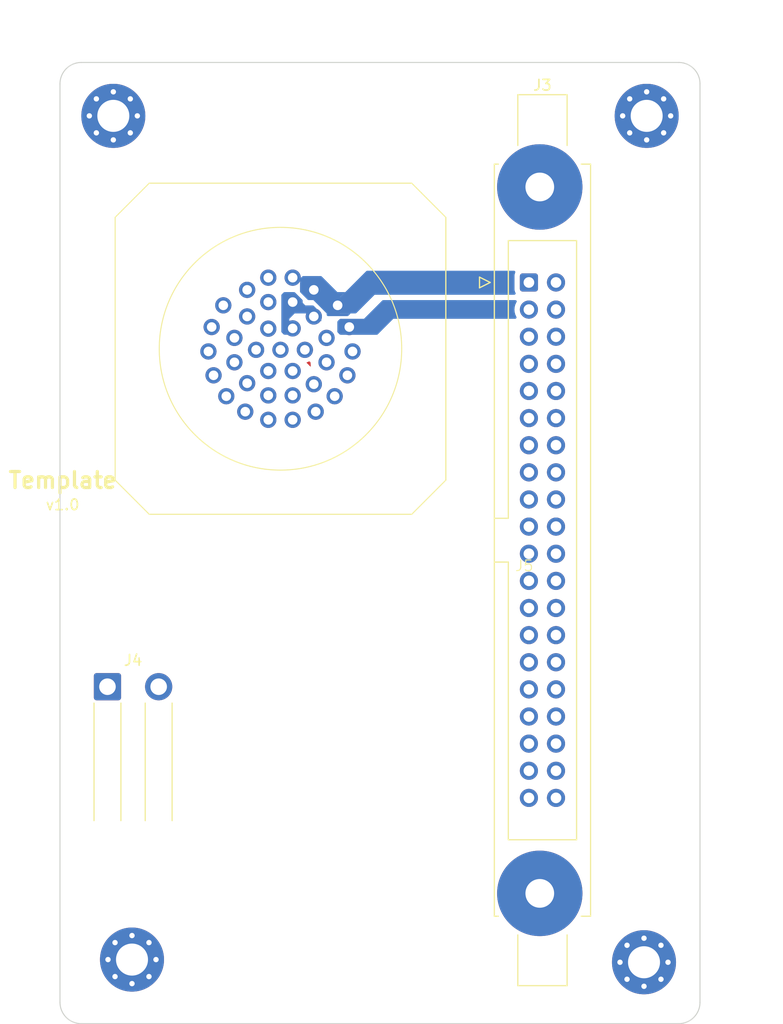
<source format=kicad_pcb>
(kicad_pcb (version 20221018) (generator pcbnew)
  (title_block (rev "${REVISION}") (company "Author:") (comment 1 "Reviewer:"))
  (layers (0 "F.Cu" signal) (1 "In1.Cu" signal) (2 "In2.Cu" signal) (31 "B.Cu" signal) (34 "B.Paste" user) (35 "F.Paste" user) (36 "B.SilkS" user "B.Silkscreen") (37 "F.SilkS" user "F.Silkscreen") (38 "B.Mask" user) (39 "F.Mask" user) (44 "Edge.Cuts" user))
  (property "REVISION" "1.0")
  (net 0 "")
  (net 1 "/GND PDM")
  (net 2 "/REARBOX 1 24VDC")
  (net 3 "/REARBOX 2 24VDC")
  (net 4 "/REARBOX 5 24VDC")
  (net 5 "/AIR PRESSURE 24VDC")
  (net 6 "/IR CAMS FRONT 24VDC")
  (net 7 "/REARBOX 3 24VDC")
  (net 8 "/REARBOX 4 24VDC")
  (net 9 "/SDC SOURCE")
  (net 11 "/ASMS SOURCE")
  (net 12 "/ODRIVE 1 24VDC")
  (net 13 "/PC 24VDC 1")
  (net 14 "/BRAKE BALANCE 24VDC")
  (net 15 "/DASH 24VDC")
  (net 16 "/PC 24VDC 3")
  (net 17 "/PC 24VDC 4")
  (net 18 "/PC 24VDC 5")
  (net 19 "/TSAL LOGIC 24VDC")
  (net 20 "/TSAL LIGHT 24VDC")
  (net 21 "/DIAGPORT 24VDC")
  (net 22 "/IR CAMS REAR 24VDC")
  (net 23 "/ODRIVE 2 24VDC")
  (net 24 "/ODRIVE 3 24VDC")
  (net 25 "/ODRIVE 4 24VDC")
  (net 26 "/ODRIVE 5 24VDC")
  (net 27 "/PC 24VDC 2")
  (net 28 "/FRONT BOX 24VDC")
  (net 29 "/INVERTER 1 24VDC")
  (net 30 "/INVERTER 2 24VDC")
  (net 31 "/BSPD 24VDC")
  (net 32 "/HV LOGIKA 1 24VDC")
  (net 34 "/HV LOGIKA 2 24VDC")
  (net 35 "/ASMS IN")
  (net 36 "/CAN_H")
  (net 37 "/CAN_L")
  (net 38 "/+24V")
  (net 39 "/GND")
  (footprint "MountingHole:MountingHole_3mm_Pad_Via" (layer "F.Cu") (at 171 81)
    (fp_text reference "xd1" hide)
    (fp_text value "MountingHole_3mm_Pad_Via")
    (pad "1" thru_hole circle (at -2.25 0) (size 0.8 0.8) (drill 0.5) (layers "*.Cu" "*.Mask"))
    (pad "1" thru_hole circle (at -1.59099 -1.59099) (size 0.8 0.8) (drill 0.5) (layers "*.Cu" "*.Mask"))
    (pad "1" thru_hole circle (at -1.59099 1.59099) (size 0.8 0.8) (drill 0.5) (layers "*.Cu" "*.Mask"))
    (pad "1" thru_hole circle (at 0 -2.25) (size 0.8 0.8) (drill 0.5) (layers "*.Cu" "*.Mask"))
    (pad "1" thru_hole circle (at 0 0) (size 6 6) (drill 3) (layers "*.Cu" "*.Mask"))
    (pad "1" thru_hole circle (at 0 2.25) (size 0.8 0.8) (drill 0.5) (layers "*.Cu" "*.Mask"))
    (pad "1" thru_hole circle (at 1.59099 -1.59099) (size 0.8 0.8) (drill 0.5) (layers "*.Cu" "*.Mask"))
    (pad "1" thru_hole circle (at 1.59099 1.59099) (size 0.8 0.8) (drill 0.5) (layers "*.Cu" "*.Mask"))
    (pad "1" thru_hole circle (at 2.25 0) (size 0.8 0.8) (drill 0.5) (layers "*.Cu" "*.Mask"))
  )
  (footprint "3RD_party:37 PIN DEUTSCH" (layer "F.Cu") (at 136.67 102.805)
    (fp_text reference "J5" (at 22.86 20.32 unlocked) (layer "F.SilkS") (effects (font (thickness 0.1))))
    (fp_text value "Conn_01x37")
    (fp_line (start -15.5 -12.305) (end -12.305 -15.5) (stroke (width 0.1)) (layer "F.SilkS"))
    (fp_line (start -15.5 12.305) (end -15.5 -12.305) (stroke (width 0.1)) (layer "F.SilkS"))
    (fp_line (start -12.305 -15.5) (end 12.305 -15.5) (stroke (width 0.1)) (layer "F.SilkS"))
    (fp_line (start -12.305 -15.5) (end 12.305 -15.5) (stroke (width 0.1)) (layer "F.SilkS"))
    (fp_line (start -12.305 15.5) (end -15.5 12.305) (stroke (width 0.1)) (layer "F.SilkS"))
    (fp_line (start -12.305 15.5) (end 12.305 15.5) (stroke (width 0.1)) (layer "F.SilkS"))
    (fp_line (start 12.305 -15.5) (end 15.5 -12.305) (stroke (width 0.1)) (layer "F.SilkS"))
    (fp_line (start 12.305 15.5) (end -12.305 15.5) (stroke (width 0.1)) (layer "F.SilkS"))
    (fp_line (start 15.5 -12.305) (end 15.5 12.305) (stroke (width 0.1)) (layer "F.SilkS"))
    (fp_line (start 15.5 12.305) (end 12.305 15.5) (stroke (width 0.1)) (layer "F.SilkS"))
    (fp_line (start 15.5 12.305) (end 15.5 -12.305) (stroke (width 0.1)) (layer "F.SilkS"))
    (fp_circle (center 0 0) (end 11.365 0) (stroke (width 0.1)) (fill none) (layer "F.SilkS"))
    (pad "1" thru_hole circle (at 1.143 -6.6548) (size 1.524 1.524) (drill 0.9) (layers "*.Cu" "F.Mask") (net 1 "/GND PDM"))
    (pad "2" thru_hole circle (at 3.1242 -5.5118) (size 1.524 1.524) (drill 0.9) (layers "*.Cu" "B.Mask") (net 2 "/REARBOX 1 24VDC"))
    (pad "3" thru_hole circle (at 5.3594 -4.064) (size 1.524 1.524) (drill 0.9) (layers "*.Cu" "B.Mask" "Eco2.User") (net 3 "/REARBOX 2 24VDC"))
    (pad "4" thru_hole circle (at 6.4516 -2.032) (size 1.524 1.524) (drill 0.9) (layers "*.Cu" "B.Mask") (net 4 "/REARBOX 5 24VDC"))
    (pad "5" thru_hole circle (at 6.7564 0.254) (size 1.524 1.524) (drill 0.9) (layers "*.Cu" "F.Mask") (net 5 "/AIR PRESSURE 24VDC"))
    (pad "6" thru_hole circle (at 6.2738 2.4892) (size 1.524 1.524) (drill 0.9) (layers "*.Cu" "F.Mask") (net 6 "/IR CAMS FRONT 24VDC"))
    (pad "7" thru_hole circle (at 5.08 4.445) (size 1.524 1.524) (drill 0.9) (layers "*.Cu" "B.Mask") (net 7 "/REARBOX 3 24VDC"))
    (pad "8" thru_hole circle (at 3.302 5.8928) (size 1.524 1.524) (drill 0.9) (layers "*.Cu" "B.Mask") (net 8 "/REARBOX 4 24VDC"))
    (pad "9" thru_hole circle (at 1.143 6.6548) (size 1.524 1.524) (drill 0.9) (layers "*.Cu" "F.Mask") (net 9 "/SDC SOURCE"))
    (pad "10" thru_hole circle (at -1.143 6.6548) (size 1.524 1.524) (drill 0.9) (layers "*.Cu" "F.Mask") (net 11 "/ASMS SOURCE"))
    (pad "11" thru_hole circle (at -3.302 5.8928) (size 1.524 1.524) (drill 0.9) (layers "*.Cu" "*.Mask"))
    (pad "12" thru_hole circle (at -5.08 4.445) (size 1.524 1.524) (drill 0.9) (layers "*.Cu" "F.Mask") (net 12 "/ODRIVE 1 24VDC"))
    (pad "13" thru_hole circle (at -6.2738 2.4892) (size 1.524 1.524) (drill 0.9) (layers "*.Cu" "F.Mask") (net 13 "/PC 24VDC 1"))
    (pad "14" thru_hole circle (at -6.7564 0.254) (size 1.524 1.524) (drill 0.9) (layers "*.Cu" "F.Mask") (net 14 "/BRAKE BALANCE 24VDC"))
    (pad "15" thru_hole circle (at -6.4516 -2.032) (size 1.524 1.524) (drill 0.9) (layers "*.Cu" "F.Mask") (net 15 "/DASH 24VDC"))
    (pad "16" thru_hole circle (at -5.3594 -4.064) (size 1.524 1.524) (drill 0.9) (layers "*.Cu" "F.Mask") (net 16 "/PC 24VDC 3"))
    (pad "17" thru_hole circle (at -3.1242 -5.5118) (size 1.524 1.524) (drill 0.9) (layers "*.Cu" "F.Mask") (net 17 "/PC 24VDC 4"))
    (pad "18" thru_hole circle (at -1.143 -6.6548) (size 1.524 1.524) (drill 0.9) (layers "*.Cu" "B.Mask") (net 18 "/PC 24VDC 5"))
    (pad "19" thru_hole circle (at 1.143 -4.3688) (size 1.524 1.524) (drill 0.9) (layers "*.Cu" "*.Mask") (net 19 "/TSAL LOGIC 24VDC"))
    (pad "20" thru_hole circle (at 3.1242 -3.0226) (size 1.524 1.524) (drill 0.9) (layers "*.Cu" "*.Mask") (net 20 "/TSAL LIGHT 24VDC"))
    (pad "21" thru_hole circle (at 4.318 -1.016) (size 1.524 1.524) (drill 0.9) (layers "*.Cu" "F.Mask") (net 21 "/DIAGPORT 24VDC"))
    (pad "22" thru_hole circle (at 4.318 1.27) (size 1.524 1.524) (drill 0.9) (layers "*.Cu" "F.Mask") (net 22 "/IR CAMS REAR 24VDC"))
    (pad "23" thru_hole circle (at 3.1242 3.32258) (size 1.524 1.524) (drill 0.9) (layers "*.Cu" "B.Mask") (net 23 "/ODRIVE 2 24VDC"))
    (pad "24" thru_hole circle (at 1.143 4.3688) (size 1.524 1.524) (drill 0.9) (layers "*.Cu" "B.Mask") (net 24 "/ODRIVE 3 24VDC"))
    (pad "25" thru_hole circle (at -1.143 4.3688) (size 1.524 1.524) (drill 0.9) (layers "*.Cu" "B.Mask") (net 25 "/ODRIVE 4 24VDC"))
    (pad "26" thru_hole circle (at -3.1242 3.2258) (size 1.524 1.524) (drill 0.9) (layers "*.Cu" "B.Mask") (net 26 "/ODRIVE 5 24VDC"))
    (pad "27" thru_hole circle (at -4.318 1.27) (size 1.524 1.524) (drill 0.9) (layers "*.Cu" "F.Mask") (net 27 "/PC 24VDC 2"))
    (pad "28" thru_hole circle (at -4.318 -1.016) (size 1.524 1.524) (drill 0.9) (layers "*.Cu" "F.Mask") (net 28 "/FRONT BOX 24VDC"))
    (pad "29" thru_hole circle (at -3.1242 -3.0226) (size 1.524 1.524) (drill 0.9) (layers "*.Cu" "B.Mask") (net 29 "/INVERTER 1 24VDC"))
    (pad "30" thru_hole circle (at -1.143 -4.3688) (size 1.524 1.524) (drill 0.9) (layers "*.Cu" "B.Mask") (net 30 "/INVERTER 2 24VDC"))
    (pad "31" thru_hole circle (at 1.143 -1.905) (size 1.524 1.524) (drill 0.9) (layers "*.Cu" "*.Mask") (net 31 "/BSPD 24VDC"))
    (pad "32" thru_hole circle (at 2.286 0.1016) (size 1.524 1.524) (drill 0.9) (layers "*.Cu" "F.Mask") (net 32 "/HV LOGIKA 1 24VDC"))
    (pad "33" thru_hole circle (at 1.143 2.0828) (size 1.524 1.524) (drill 0.9) (layers "*.Cu" "F.Mask") (net 34 "/HV LOGIKA 2 24VDC"))
    (pad "34" thru_hole circle (at -1.143 2.0828) (size 1.524 1.524) (drill 0.9) (layers "*.Cu" "*.Mask"))
    (pad "35" thru_hole circle (at -2.286 0.1016) (size 1.524 1.524) (drill 0.9) (layers "*.Cu" "F.Mask") (net 35 "/ASMS IN"))
    (pad "36" thru_hole circle (at -1.143 -1.8796) (size 1.524 1.524) (drill 0.9) (layers "*.Cu" "B.Mask") (net 36 "/CAN_H"))
    (pad "37" thru_hole circle (at 0 0.1016) (size 1.524 1.524) (drill 0.9) (layers "*.Cu" "B.Mask") (net 37 "/CAN_L"))
  )
  (footprint "Connector_IDC:IDC-Header_2x20-1MP_P2.54mm_Latch6.5mm_Vertical" (layer "F.Cu") (at 159.96 96.6)
    (fp_text reference "J3" (at 1.27 -18.47) (layer "F.SilkS"))
    (fp_text value "Conn_02x18_Counter_Clockwise")
    (fp_line (start -4.63 -0.5) (end -4.63 0.5) (stroke (width 0.12)) (layer "F.SilkS"))
    (fp_line (start -4.63 0.5) (end -3.63 0) (stroke (width 0.12)) (layer "F.SilkS"))
    (fp_line (start -3.63 0) (end -4.63 -0.5) (stroke (width 0.12)) (layer "F.SilkS"))
    (fp_line (start -3.24 -11.08) (end -3.24 59.34) (stroke (width 0.12)) (layer "F.SilkS"))
    (fp_line (start -3.24 22.08) (end -1.93 22.08) (stroke (width 0.12)) (layer "F.SilkS"))
    (fp_line (start -3.24 59.34) (end -2.87 59.34) (stroke (width 0.12)) (layer "F.SilkS"))
    (fp_line (start -2.87 -11.08) (end -3.24 -11.08) (stroke (width 0.12)) (layer "F.SilkS"))
    (fp_line (start -1.93 -3.92) (end 4.47 -3.92) (stroke (width 0.12)) (layer "F.SilkS"))
    (fp_line (start -1.93 22.08) (end -1.93 -3.92) (stroke (width 0.12)) (layer "F.SilkS"))
    (fp_line (start -1.93 26.18) (end -3.24 26.18) (stroke (width 0.12)) (layer "F.SilkS"))
    (fp_line (start -1.93 26.18) (end -1.93 26.18) (stroke (width 0.12)) (layer "F.SilkS"))
    (fp_line (start -1.93 52.18) (end -1.93 26.18) (stroke (width 0.12)) (layer "F.SilkS"))
    (fp_line (start -1.04 -17.58) (end 3.58 -17.58) (stroke (width 0.12)) (layer "F.SilkS"))
    (fp_line (start -1.04 -12.83) (end -1.04 -17.58) (stroke (width 0.12)) (layer "F.SilkS"))
    (fp_line (start -1.04 61.09) (end -1.04 65.84) (stroke (width 0.12)) (layer "F.SilkS"))
    (fp_line (start -1.04 65.84) (end 3.58 65.84) (stroke (width 0.12)) (layer "F.SilkS"))
    (fp_line (start 3.58 -17.58) (end 3.58 -12.83) (stroke (width 0.12)) (layer "F.SilkS"))
    (fp_line (start 3.58 65.84) (end 3.58 61.09) (stroke (width 0.12)) (layer "F.SilkS"))
    (fp_line (start 4.47 -3.92) (end 4.47 52.18) (stroke (width 0.12)) (layer "F.SilkS"))
    (fp_line (start 4.47 52.18) (end -1.93 52.18) (stroke (width 0.12)) (layer "F.SilkS"))
    (fp_line (start 4.91 -11.08) (end 5.78 -11.08) (stroke (width 0.12)) (layer "F.SilkS"))
    (fp_line (start 5.78 -11.08) (end 5.78 59.34) (stroke (width 0.12)) (layer "F.SilkS"))
    (fp_line (start 5.78 59.34) (end 4.91 59.34) (stroke (width 0.12)) (layer "F.SilkS"))
    (pad "1" thru_hole roundrect (at 0 0) (size 1.7 1.7) (drill 1) (layers "*.Cu" "*.Mask") (roundrect_rratio 0.147059) (net 1 "/GND PDM"))
    (pad "2" thru_hole circle (at 2.54 0) (size 1.7 1.7) (drill 1) (layers "*.Cu" "*.Mask") (net 2 "/REARBOX 1 24VDC"))
    (pad "3" thru_hole circle (at 0 2.54) (size 1.7 1.7) (drill 1) (layers "*.Cu" "*.Mask") (net 3 "/REARBOX 2 24VDC"))
    (pad "4" thru_hole circle (at 2.54 2.54) (size 1.7 1.7) (drill 1) (layers "*.Cu" "*.Mask") (net 4 "/REARBOX 5 24VDC"))
    (pad "5" thru_hole circle (at 0 5.08) (size 1.7 1.7) (drill 1) (layers "*.Cu" "*.Mask") (net 5 "/AIR PRESSURE 24VDC"))
    (pad "6" thru_hole circle (at 2.54 5.08) (size 1.7 1.7) (drill 1) (layers "*.Cu" "*.Mask") (net 6 "/IR CAMS FRONT 24VDC"))
    (pad "7" thru_hole circle (at 0 7.62) (size 1.7 1.7) (drill 1) (layers "*.Cu" "B.Mask") (net 7 "/REARBOX 3 24VDC"))
    (pad "8" thru_hole circle (at 2.54 7.62) (size 1.7 1.7) (drill 1) (layers "*.Cu" "*.Mask") (net 8 "/REARBOX 4 24VDC"))
    (pad "9" thru_hole circle (at 0 10.16) (size 1.7 1.7) (drill 1) (layers "*.Cu" "*.Mask") (net 9 "/SDC SOURCE"))
    (pad "10" thru_hole circle (at 2.54 10.16) (size 1.7 1.7) (drill 1) (layers "*.Cu" "*.Mask") (net 11 "/ASMS SOURCE"))
    (pad "11" thru_hole circle (at 0 12.7) (size 1.7 1.7) (drill 1) (layers "*.Cu" "*.Mask"))
    (pad "12" thru_hole circle (at 2.54 12.7) (size 1.7 1.7) (drill 1) (layers "*.Cu" "*.Mask") (net 12 "/ODRIVE 1 24VDC"))
    (pad "13" thru_hole circle (at 0 15.24) (size 1.7 1.7) (drill 1) (layers "*.Cu" "*.Mask") (net 13 "/PC 24VDC 1"))
    (pad "14" thru_hole circle (at 2.54 15.24) (size 1.7 1.7) (drill 1) (layers "*.Cu" "*.Mask") (net 14 "/BRAKE BALANCE 24VDC"))
    (pad "15" thru_hole circle (at 0 17.78) (size 1.7 1.7) (drill 1) (layers "*.Cu" "*.Mask") (net 15 "/DASH 24VDC"))
    (pad "16" thru_hole circle (at 2.54 17.78) (size 1.7 1.7) (drill 1) (layers "*.Cu" "*.Mask") (net 16 "/PC 24VDC 3"))
    (pad "17" thru_hole circle (at 0 20.32) (size 1.7 1.7) (drill 1) (layers "*.Cu" "*.Mask") (net 17 "/PC 24VDC 4"))
    (pad "18" thru_hole circle (at 2.54 20.32) (size 1.7 1.7) (drill 1) (layers "*.Cu" "*.Mask") (net 18 "/PC 24VDC 5"))
    (pad "19" thru_hole circle (at 0 22.86) (size 1.7 1.7) (drill 1) (layers "*.Cu" "*.Mask") (net 19 "/TSAL LOGIC 24VDC"))
    (pad "20" thru_hole circle (at 2.54 22.86) (size 1.7 1.7) (drill 1) (layers "*.Cu" "*.Mask") (net 20 "/TSAL LIGHT 24VDC"))
    (pad "21" thru_hole circle (at 0 25.4) (size 1.7 1.7) (drill 1) (layers "*.Cu" "*.Mask") (net 21 "/DIAGPORT 24VDC"))
    (pad "22" thru_hole circle (at 2.54 25.4) (size 1.7 1.7) (drill 1) (layers "*.Cu" "*.Mask") (net 22 "/IR CAMS REAR 24VDC"))
    (pad "23" thru_hole circle (at 0 27.94) (size 1.7 1.7) (drill 1) (layers "*.Cu" "*.Mask") (net 23 "/ODRIVE 2 24VDC"))
    (pad "24" thru_hole circle (at 2.54 27.94) (size 1.7 1.7) (drill 1) (layers "*.Cu" "*.Mask") (net 24 "/ODRIVE 3 24VDC"))
    (pad "25" thru_hole circle (at 0 30.48) (size 1.7 1.7) (drill 1) (layers "*.Cu" "F.Mask") (net 25 "/ODRIVE 4 24VDC"))
    (pad "26" thru_hole circle (at 2.54 30.48) (size 1.7 1.7) (drill 1) (layers "*.Cu" "F.Mask") (net 26 "/ODRIVE 5 24VDC"))
    (pad "27" thru_hole circle (at 0 33.02) (size 1.7 1.7) (drill 1) (layers "*.Cu" "*.Mask") (net 27 "/PC 24VDC 2"))
    (pad "28" thru_hole circle (at 2.54 33.02) (size 1.7 1.7) (drill 1) (layers "*.Cu" "*.Mask") (net 28 "/FRONT BOX 24VDC"))
    (pad "29" thru_hole circle (at 0 35.56) (size 1.7 1.7) (drill 1) (layers "*.Cu" "B.Mask") (net 29 "/INVERTER 1 24VDC"))
    (pad "30" thru_hole circle (at 2.54 35.56) (size 1.7 1.7) (drill 1) (layers "*.Cu" "F.Mask") (net 30 "/INVERTER 2 24VDC"))
    (pad "31" thru_hole circle (at 0 38.1) (size 1.7 1.7) (drill 1) (layers "*.Cu" "F.Mask") (net 31 "/BSPD 24VDC"))
    (pad "32" thru_hole circle (at 2.54 38.1) (size 1.7 1.7) (drill 1) (layers "*.Cu" "F.Mask") (net 32 "/HV LOGIKA 1 24VDC"))
    (pad "33" thru_hole circle (at 0 40.64) (size 1.7 1.7) (drill 1) (layers "*.Cu" "F.Mask") (net 34 "/HV LOGIKA 2 24VDC"))
    (pad "34" thru_hole circle (at 2.54 40.64) (size 1.7 1.7) (drill 1) (layers "*.Cu" "B.Mask"))
    (pad "35" thru_hole circle (at 0 43.18) (size 1.7 1.7) (drill 1) (layers "*.Cu" "*.Mask") (net 35 "/ASMS IN"))
    (pad "36" thru_hole circle (at 2.54 43.18) (size 1.7 1.7) (drill 1) (layers "*.Cu" "*.Mask") (net 36 "/CAN_H"))
    (pad "37" thru_hole circle (at 0 45.72) (size 1.7 1.7) (drill 1) (layers "*.Cu" "*.Mask") (net 37 "/CAN_L"))
    (pad "38" thru_hole circle (at 2.54 45.72) (size 1.7 1.7) (drill 1) (layers "*.Cu" "*.Mask"))
    (pad "39" thru_hole circle (at 0 48.26) (size 1.7 1.7) (drill 1) (layers "*.Cu" "*.Mask"))
    (pad "40" thru_hole circle (at 2.54 48.26) (size 1.7 1.7) (drill 1) (layers "*.Cu" "*.Mask"))
    (pad "MP" thru_hole circle (at 1.02 -8.94) (size 8 8) (drill 2.69) (layers "*.Cu" "*.Mask"))
    (pad "MP" thru_hole circle (at 1.02 57.2) (size 8 8) (drill 2.69) (layers "*.Cu" "*.Mask"))
  )
  (footprint "MountingHole:MountingHole_3mm_Pad_Via" (layer "F.Cu") (at 122.75 160)
    (fp_text reference "xd3" hide)
    (fp_text value "MountingHole_3mm_Pad_Via")
    (pad "1" thru_hole circle (at -2.25 0) (size 0.8 0.8) (drill 0.5) (layers "*.Cu" "*.Mask"))
    (pad "1" thru_hole circle (at -1.59099 -1.59099) (size 0.8 0.8) (drill 0.5) (layers "*.Cu" "*.Mask"))
    (pad "1" thru_hole circle (at -1.59099 1.59099) (size 0.8 0.8) (drill 0.5) (layers "*.Cu" "*.Mask"))
    (pad "1" thru_hole circle (at 0 -2.25) (size 0.8 0.8) (drill 0.5) (layers "*.Cu" "*.Mask"))
    (pad "1" thru_hole circle (at 0 0) (size 6 6) (drill 3) (layers "*.Cu" "*.Mask"))
    (pad "1" thru_hole circle (at 0 2.25) (size 0.8 0.8) (drill 0.5) (layers "*.Cu" "*.Mask"))
    (pad "1" thru_hole circle (at 1.59099 -1.59099) (size 0.8 0.8) (drill 0.5) (layers "*.Cu" "*.Mask"))
    (pad "1" thru_hole circle (at 1.59099 1.59099) (size 0.8 0.8) (drill 0.5) (layers "*.Cu" "*.Mask"))
    (pad "1" thru_hole circle (at 2.25 0) (size 0.8 0.8) (drill 0.5) (layers "*.Cu" "*.Mask"))
  )
  (footprint "MountingHole:MountingHole_3mm_Pad_Via" (layer "F.Cu") (at 121 81)
    (fp_text reference "xd2" hide)
    (fp_text value "MountingHole_3mm_Pad_Via")
    (pad "1" thru_hole circle (at -2.25 0) (size 0.8 0.8) (drill 0.5) (layers "*.Cu" "*.Mask"))
    (pad "1" thru_hole circle (at -1.59099 -1.59099) (size 0.8 0.8) (drill 0.5) (layers "*.Cu" "*.Mask"))
    (pad "1" thru_hole circle (at -1.59099 1.59099) (size 0.8 0.8) (drill 0.5) (layers "*.Cu" "*.Mask"))
    (pad "1" thru_hole circle (at 0 -2.25) (size 0.8 0.8) (drill 0.5) (layers "*.Cu" "*.Mask"))
    (pad "1" thru_hole circle (at 0 0) (size 6 6) (drill 3) (layers "*.Cu" "*.Mask"))
    (pad "1" thru_hole circle (at 0 2.25) (size 0.8 0.8) (drill 0.5) (layers "*.Cu" "*.Mask"))
    (pad "1" thru_hole circle (at 1.59099 -1.59099) (size 0.8 0.8) (drill 0.5) (layers "*.Cu" "*.Mask"))
    (pad "1" thru_hole circle (at 1.59099 1.59099) (size 0.8 0.8) (drill 0.5) (layers "*.Cu" "*.Mask"))
    (pad "1" thru_hole circle (at 2.25 0) (size 0.8 0.8) (drill 0.5) (layers "*.Cu" "*.Mask"))
  )
  (footprint "Connector_Wire:SolderWire-0.75sqmm_1x02_P4.8mm_D1.25mm_OD2.3mm_Relief" (layer "F.Cu") (at 120.45 134.45)
    (fp_text reference "J4" (at 2.4 -2.47) (layer "F.SilkS"))
    (fp_text value "WIRE OUT")
    (fp_line (start -1.26 1.535) (end -1.26 12.54) (stroke (width 0.12)) (layer "F.SilkS"))
    (fp_line (start 1.26 1.535) (end 1.26 12.54) (stroke (width 0.12)) (layer "F.SilkS"))
    (fp_line (start 3.54 1.535) (end 3.54 12.54) (stroke (width 0.12)) (layer "F.SilkS"))
    (fp_line (start 6.06 1.535) (end 6.06 12.54) (stroke (width 0.12)) (layer "F.SilkS"))
    (pad "" np_thru_hole circle (at 0 13.8) (size 2.8 2.8) (drill 2.8) (layers "*.Cu" "*.Mask"))
    (pad "" np_thru_hole circle (at 4.8 13.8) (size 2.8 2.8) (drill 2.8) (layers "*.Cu" "*.Mask"))
    (pad "1" thru_hole roundrect (at 0 0) (size 2.55 2.55) (drill 1.55) (layers "*.Cu" "*.Mask") (roundrect_rratio 0.098039) (net 38 "/+24V"))
    (pad "2" thru_hole circle (at 4.8 0) (size 2.55 2.55) (drill 1.55) (layers "*.Cu" "*.Mask") (net 39 "/GND"))
  )
  (footprint "MountingHole:MountingHole_3mm_Pad_Via" (layer "F.Cu") (at 170.75 160.25)
    (fp_text reference "xd4" hide)
    (fp_text value "MountingHole_3mm_Pad_Via")
    (pad "1" thru_hole circle (at -2.25 0) (size 0.8 0.8) (drill 0.5) (layers "*.Cu" "*.Mask"))
    (pad "1" thru_hole circle (at -1.59099 -1.59099) (size 0.8 0.8) (drill 0.5) (layers "*.Cu" "*.Mask"))
    (pad "1" thru_hole circle (at -1.59099 1.59099) (size 0.8 0.8) (drill 0.5) (layers "*.Cu" "*.Mask"))
    (pad "1" thru_hole circle (at 0 -2.25) (size 0.8 0.8) (drill 0.5) (layers "*.Cu" "*.Mask"))
    (pad "1" thru_hole circle (at 0 0) (size 6 6) (drill 3) (layers "*.Cu" "*.Mask"))
    (pad "1" thru_hole circle (at 0 2.25) (size 0.8 0.8) (drill 0.5) (layers "*.Cu" "*.Mask"))
    (pad "1" thru_hole circle (at 1.59099 -1.59099) (size 0.8 0.8) (drill 0.5) (layers "*.Cu" "*.Mask"))
    (pad "1" thru_hole circle (at 1.59099 1.59099) (size 0.8 0.8) (drill 0.5) (layers "*.Cu" "*.Mask"))
    (pad "1" thru_hole circle (at 2.25 0) (size 0.8 0.8) (drill 0.5) (layers "*.Cu" "*.Mask"))
  )
  (gr_line (start 118 76) (end 174 76) (stroke (width 0.1)) (layer "Edge.Cuts"))
  (gr_line (start 116 164) (end 116 78) (stroke (width 0.1)) (layer "Edge.Cuts"))
  (gr_line (start 176 78) (end 176 164) (stroke (width 0.1)) (layer "Edge.Cuts"))
  (gr_arc (start 118 166) (mid 116.585786 165.414214) (end 116 164) (stroke (width 0.1)) (layer "Edge.Cuts"))
  (gr_arc (start 176 164) (mid 175.414214 165.414214) (end 174 166) (stroke (width 0.1)) (layer "Edge.Cuts"))
  (gr_arc (start 116 78) (mid 116.585786 76.585786) (end 118 76) (stroke (width 0.1)) (layer "Edge.Cuts"))
  (gr_line (start 174 166) (end 118 166) (stroke (width 0.1)) (layer "Edge.Cuts"))
  (gr_arc (start 174 76) (mid 175.414214 76.585786) (end 176 78) (stroke (width 0.1)) (layer "Edge.Cuts"))
  (gr_text "Template" (at 116.25 116) (layer "F.SilkS") (effects (font (size 1.5 1.5) (thickness 0.3) bold) (justify bottom)))
  (gr_text "v${REVISION}" (at 116.25 118) (layer "F.SilkS") (effects (font (size 1 1)) (justify bottom)))
  (zone (net 0) (net_name "") (layer "F.Cu") (priority 9) (connect_pads (clearance 0.5)) (min_thickness 0.25) (fill yes (thermal_gap 0.5) (thermal_bridge_width 0.5) (island_removal_mode 1) (island_area_min 10))
    (polygon (pts (xy 139.5 102.25) (xy 139.25 102) (xy 138.25 102) (xy 137.75 102.5) (xy 137.75 103.5) (xy 137.25 104) (xy 137 104) (xy 136.75 104.25) (xy 136.75 105.5) (xy 137.25 106) (xy 138 106) (xy 139.5 104.5)))
  )
  (zone (net 2) (net_name "/REARBOX 1 24VDC") (layer "B.Cu") (priority 3) (connect_pads (clearance 0.5)) (min_thickness 0.25) (fill yes (thermal_gap 0.5) (thermal_bridge_width 0.5) (island_removal_mode 1) (island_area_min 10))
    (polygon (pts (xy 142.25 99.5) (xy 143.75 99.5) (xy 145.5 97.75) (xy 163 97.75) (xy 163.75 97) (xy 163.75 95.75) (xy 163.5 95.5) (xy 144.75 95.5) (xy 142 98.25) (xy 142 99.25)))
  )
  (zone (net 20) (net_name "/TSAL LIGHT 24VDC") (layer "B.Cu") (priority 10) (connect_pads (clearance 0.5)) (min_thickness 0.25) (fill yes (thermal_gap 0.5) (thermal_bridge_width 0.5) (island_removal_mode 1) (island_area_min 10))
    (polygon (pts (xy 140.25 100.5) (xy 139 100.5) (xy 138.5 101) (xy 138.5 101.5) (xy 138.25 101.75) (xy 137.25 101.75) (xy 136.75 101.25) (xy 136.75 97.75) (xy 137 97.5) (xy 138 97.5) (xy 138.75 98.25) (xy 138.75 98.5) (xy 139 98.75) (xy 139.75 98.75) (xy 140.5 99.5) (xy 140.5 100.25)))
  )
  (zone (net 4) (net_name "/REARBOX 5 24VDC") (layer "B.Cu") (priority 6) (connect_pads (clearance 0.5)) (min_thickness 0.25) (fill yes (thermal_gap 0.5) (thermal_bridge_width 0.5) (island_removal_mode 1) (island_area_min 10))
    (polygon (pts (xy 142.25 100) (xy 144.5 100) (xy 146.25 98.25) (xy 160.5 98.25) (xy 161 98.75) (xy 161 99.75) (xy 160.75 100) (xy 147.25 100) (xy 145.75 101.5) (xy 142.25 101.5) (xy 142 101.25) (xy 142 100.25)))
  )
  (zone (net 2) (net_name "/REARBOX 1 24VDC") (layer "B.Cu") (priority 2) (connect_pads (clearance 0.5)) (min_thickness 0.25) (fill yes (thermal_gap 0.5) (thermal_bridge_width 0.5) (island_removal_mode 1) (island_area_min 10))
    (polygon (pts (xy 138.5 97.5) (xy 139.25 98.25) (xy 139.75 98.25) (xy 141 99.5) (xy 141 99.75) (xy 143 99.75) (xy 144 98.75) (xy 144 98.25) (xy 143.25 97.5) (xy 142 97.5) (xy 140.5 96) (xy 138.75 96) (xy 138.5 96.25)))
  )
)
</source>
